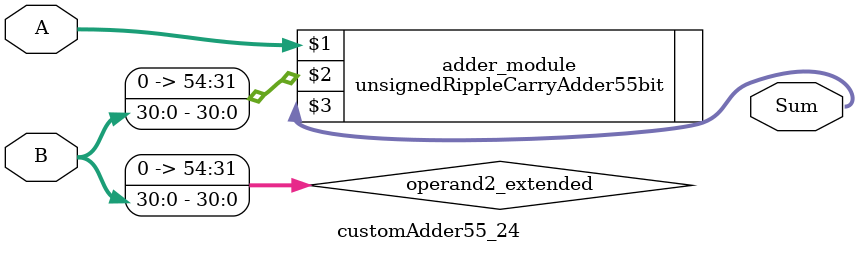
<source format=v>
module customAdder55_24(
                        input [54 : 0] A,
                        input [30 : 0] B,
                        
                        output [55 : 0] Sum
                );

        wire [54 : 0] operand2_extended;
        
        assign operand2_extended =  {24'b0, B};
        
        unsignedRippleCarryAdder55bit adder_module(
            A,
            operand2_extended,
            Sum
        );
        
        endmodule
        
</source>
